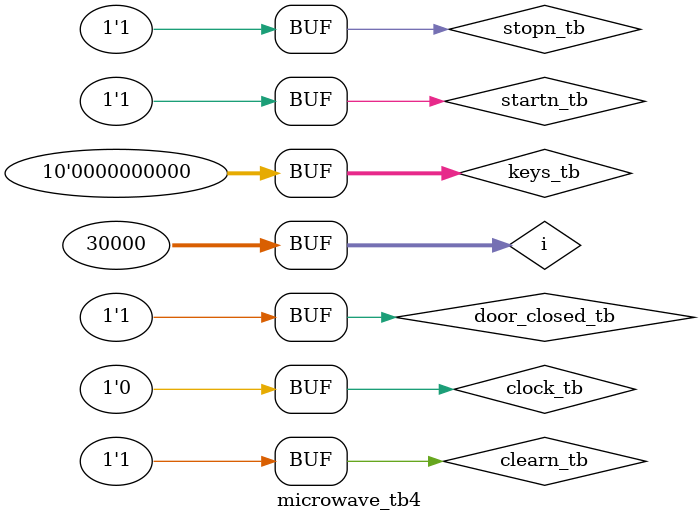
<source format=v>
`timescale 1ms / 1ms
`include "microwave.v"

module microwave_tb4();
    // Inputs
    reg startn_tb, stopn_tb, clearn_tb, door_closed_tb, clock_tb;
    reg [9:0] keys_tb;

    // Outputs
    wire mag_on_tb;
    wire [6:0] ssec_ones_tb;
    wire [6:0] ssec_tens_tb;
    wire [6:0] smin_tb;
    
    // Instantiate the Unit Under Test (UUT)
    microwave DUT (.startn(startn_tb), .stopn(stopn_tb), .clearn(clearn_tb),
                    .door_closed(door_closed_tb), .clock(clock_tb), .keys(keys_tb),
                    .mag_on(mag_on_tb), .ssec_ones(ssec_ones_tb), .ssec_tens(ssec_tens_tb), .smin(smin_tb));
    
    integer i;
    
    // clock generator
    initial 
        begin
            $dumpfile("microwave_tb4.vcd");
			$dumpvars(0,microwave_tb4);

               
            // Initialize Inputs
            clock_tb = 0; 
                    
            // create input clock 100Hz
            for (i = 0; i < 30000; i = i + 1) 
                #5 clock_tb = ~clock_tb;
                

        end
    
    // test cases

    initial
        begin
            startn_tb = 0; stopn_tb = 1; clearn_tb = 1; door_closed_tb = 1;
            #1 stopn_tb = 0; 
            #1;
            // condição inicial nenhuma chave presisonada e porta fechada
            startn_tb = 1; stopn_tb = 1; clearn_tb = 1; door_closed_tb = 1;
            //insere o dígito 
            keys_tb = 10'b0000000010; // carrega 1

            #50 keys_tb = 10'b0000000000; // solta a chave
            
            #150 keys_tb = 10'b0000000100; // carrega 2

            #50 keys_tb = 10'b0000000000; // solta a chave
            
            #150 keys_tb = 10'b0100000000; // carrega 8

            #50 keys_tb = 10'b0000000000; // solta a chave

            // liga-se o magnetron

            #200 startn_tb = 0; // pressiona
            #50 startn_tb = 1; // solta

            #29950 stopn_tb = 0; // pressiona
            #50 stopn_tb = 1; // solta

            #19950 startn_tb = 0; // pressiona
            #50 startn_tb = 1; // solta            


        end
        
endmodule

</source>
